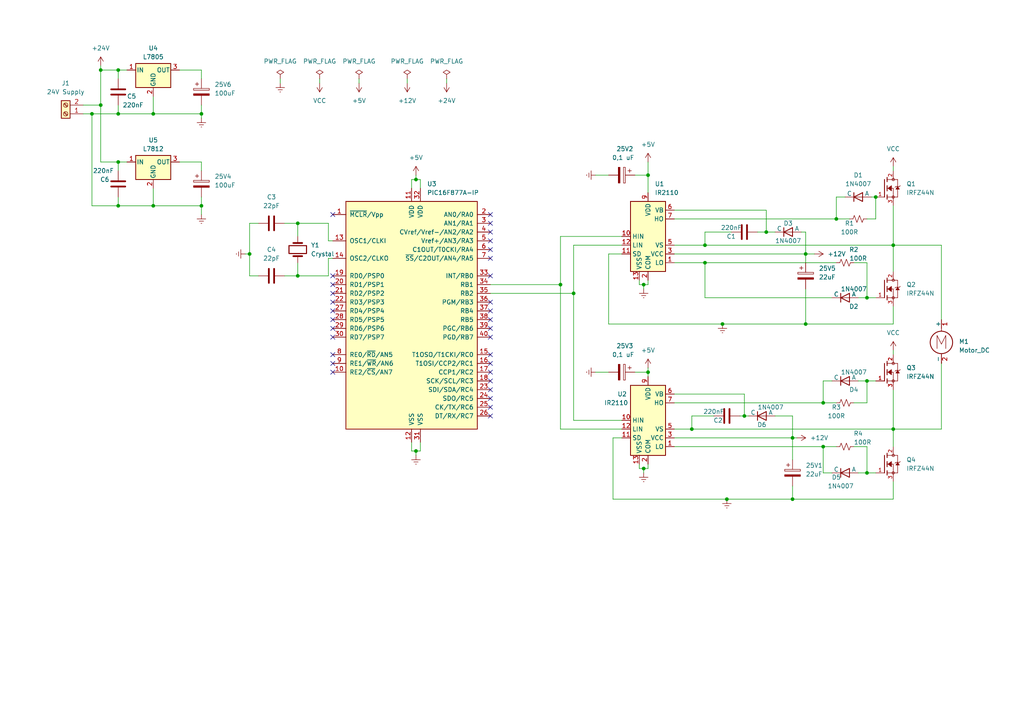
<source format=kicad_sch>
(kicad_sch (version 20230121) (generator eeschema)
  (paper "A4")
  (title_block (title "High Power Motor Control with IR2110") (date "12.04.2024") (rev "1.0") (company "by Mukhtar_Safarov"))
  (lib_symbols
    (symbol "Connector:Screw_Terminal_01x02" (pin_names (offset 1.016) hide)
      (property "Reference" "J" (at 0 2.54 0))
      (property "Value" "Screw_Terminal_01x02" (at 0 -5.08 0))
      (symbol "Screw_Terminal_01x02_1_1"
        (rectangle (start -1.27 1.27) (end 1.27 -3.81) (stroke (width 0.254)) (fill (type background)))
        (circle (center 0 -2.54) (radius 0.635) (stroke (width 0.1524)))
        (polyline (pts (xy -0.5334 -2.2098) (xy 0.3302 -3.048)) (stroke (width 0.1524)))
        (polyline (pts (xy -0.5334 0.3302) (xy 0.3302 -0.508)) (stroke (width 0.1524)))
        (polyline (pts (xy -0.3556 -2.032) (xy 0.508 -2.8702)) (stroke (width 0.1524)))
        (polyline (pts (xy -0.3556 0.508) (xy 0.508 -0.3302)) (stroke (width 0.1524)))
        (circle (center 0 0) (radius 0.635) (stroke (width 0.1524)))
        (pin passive line (at -5.08 0 0) (length 3.81) (name "Pin_1") (number "1"))
        (pin passive line (at -5.08 -2.54 0) (length 3.81) (name "Pin_2") (number "2"))
      )
    )
    (symbol "Device:C" (pin_numbers hide) (pin_names (offset 0.254))
      (property "Reference" "C" (at 0.635 2.54 0))
      (property "Value" "C" (at 0.635 -2.54 0))
      (symbol "C_0_1"
        (polyline (pts (xy -2.032 -0.762) (xy 2.032 -0.762)) (stroke (width 0.508)))
        (polyline (pts (xy -2.032 0.762) (xy 2.032 0.762)) (stroke (width 0.508)))
      )
      (symbol "C_1_1"
        (pin passive line (at 0 3.81 270) (length 2.794) (name "~") (number "1"))
        (pin passive line (at 0 -3.81 90) (length 2.794) (name "~") (number "2"))
      )
    )
    (symbol "Device:C_Polarized" (pin_numbers hide) (pin_names (offset 0.254))
      (property "Reference" "C" (at 0.635 2.54 0))
      (property "Value" "C_Polarized" (at 0.635 -2.54 0))
      (symbol "C_Polarized_0_1"
        (rectangle (start -2.286 0.508) (end 2.286 1.016))
        (polyline (pts (xy -1.778 2.286) (xy -0.762 2.286)))
        (polyline (pts (xy -1.27 2.794) (xy -1.27 1.778)))
        (rectangle (start 2.286 -0.508) (end -2.286 -1.016) (fill (type outline)))
      )
      (symbol "C_Polarized_1_1"
        (pin passive line (at 0 3.81 270) (length 2.794) (name "~") (number "1"))
        (pin passive line (at 0 -3.81 90) (length 2.794) (name "~") (number "2"))
      )
    )
    (symbol "Device:Crystal" (pin_numbers hide) (pin_names (offset 1.016) hide)
      (property "Reference" "Y" (at 0 3.81 0))
      (property "Value" "Crystal" (at 0 -3.81 0))
      (symbol "Crystal_0_1"
        (rectangle (start -1.143 2.54) (end 1.143 -2.54) (stroke (width 0.3048)))
        (polyline (pts (xy -2.54 0) (xy -1.905 0)))
        (polyline (pts (xy -1.905 -1.27) (xy -1.905 1.27)) (stroke (width 0.508)))
        (polyline (pts (xy 1.905 -1.27) (xy 1.905 1.27)) (stroke (width 0.508)))
        (polyline (pts (xy 2.54 0) (xy 1.905 0)))
      )
      (symbol "Crystal_1_1"
        (pin passive line (at -3.81 0 0) (length 1.27) (name "1") (number "1"))
        (pin passive line (at 3.81 0 180) (length 1.27) (name "2") (number "2"))
      )
    )
    (symbol "Device:R_Small_US" (pin_numbers hide) (pin_names (offset 0.254) hide)
      (property "Reference" "R" (at 0.762 0.508 0))
      (property "Value" "R_Small_US" (at 0.762 -1.016 0))
      (symbol "R_Small_US_1_1"
        (polyline (pts (xy 0 0) (xy 1.016 -0.381) (xy 0 -0.762) (xy -1.016 -1.143) (xy 0 -1.524)))
        (polyline (pts (xy 0 1.524) (xy 1.016 1.143) (xy 0 0.762) (xy -1.016 0.381) (xy 0 0)))
        (pin passive line (at 0 2.54 270) (length 1.016) (name "~") (number "1"))
        (pin passive line (at 0 -2.54 90) (length 1.016) (name "~") (number "2"))
      )
    )
    (symbol "Driver_FET:IR2110"
      (property "Reference" "U" (at 1.27 13.335 0))
      (property "Value" "IR2110" (at 1.27 11.43 0))
      (symbol "IR2110_0_1"
        (rectangle (start -5.08 -10.16) (end 5.08 10.16) (stroke (width 0.254)) (fill (type background)))
      )
      (symbol "IR2110_1_1"
        (pin output line (at 7.62 -7.62 180) (length 2.54) (name "LO") (number "1"))
        (pin input line (at -7.62 0 0) (length 2.54) (name "HIN") (number "10"))
        (pin input line (at -7.62 -5.08 0) (length 2.54) (name "SD") (number "11"))
        (pin input line (at -7.62 -2.54 0) (length 2.54) (name "LIN") (number "12"))
        (pin power_in line (at -2.54 -12.7 90) (length 2.54) (name "VSS") (number "13"))
        (pin no_connect line (at -5.08 2.54 0) (length 2.54) hide (name "NC") (number "14"))
        (pin power_in line (at 0 -12.7 90) (length 2.54) (name "COM") (number "2"))
        (pin power_in line (at 7.62 -5.08 180) (length 2.54) (name "VCC") (number "3"))
        (pin no_connect line (at -5.08 7.62 0) (length 2.54) hide (name "NC") (number "4"))
        (pin passive line (at 7.62 -2.54 180) (length 2.54) (name "VS") (number "5"))
        (pin passive line (at 7.62 7.62 180) (length 2.54) (name "VB") (number "6"))
        (pin output line (at 7.62 5.08 180) (length 2.54) (name "HO") (number "7"))
        (pin no_connect line (at -5.08 5.08 0) (length 2.54) hide (name "NC") (number "8"))
        (pin power_in line (at 0 12.7 270) (length 2.54) (name "VDD") (number "9"))
      )
    )
    (symbol "IRFZ44N:IRFZ44N" (pin_names (offset 1.016))
      (property "Reference" "Q" (at -8.89 2.54 0))
      (property "Value" "IRFZ44N" (at -8.89 -7.62 0))
      (symbol "IRFZ44N_0_0"
        (polyline (pts (xy 0 2.54) (xy 0 -2.54)) (stroke (width 0.254)))
        (polyline (pts (xy 0.762 -2.54) (xy 0.762 -3.175)) (stroke (width 0.254)))
        (polyline (pts (xy 0.762 -1.905) (xy 0.762 -2.54)) (stroke (width 0.254)))
        (polyline (pts (xy 0.762 0) (xy 0.762 -0.762)) (stroke (width 0.254)))
        (polyline (pts (xy 0.762 0) (xy 2.54 0)) (stroke (width 0.1524)))
        (polyline (pts (xy 0.762 0.762) (xy 0.762 0)) (stroke (width 0.254)))
        (polyline (pts (xy 0.762 2.54) (xy 0.762 1.905)) (stroke (width 0.254)))
        (polyline (pts (xy 0.762 2.54) (xy 3.81 2.54)) (stroke (width 0.1524)))
        (polyline (pts (xy 0.762 3.175) (xy 0.762 2.54)) (stroke (width 0.254)))
        (polyline (pts (xy 2.54 -2.54) (xy 0.762 -2.54)) (stroke (width 0.1524)))
        (polyline (pts (xy 2.54 -2.54) (xy 3.81 -2.54)) (stroke (width 0.1524)))
        (polyline (pts (xy 2.54 0) (xy 2.54 -2.54)) (stroke (width 0.1524)))
        (polyline (pts (xy 3.302 0.508) (xy 3.048 0.254)) (stroke (width 0.1524)))
        (polyline (pts (xy 3.81 0.508) (xy 3.302 0.508)) (stroke (width 0.1524)))
        (polyline (pts (xy 3.81 0.508) (xy 3.81 -2.54)) (stroke (width 0.1524)))
        (polyline (pts (xy 3.81 2.54) (xy 3.81 0.508)) (stroke (width 0.1524)))
        (polyline (pts (xy 4.318 0.508) (xy 3.81 0.508)) (stroke (width 0.1524)))
        (polyline (pts (xy 4.572 0.762) (xy 4.318 0.508)) (stroke (width 0.1524)))
        (polyline (pts (xy 1.016 0) (xy 2.032 0.762) (xy 2.032 -0.762) (xy 1.016 0)) (stroke (width 0.1524)) (fill (type outline)))
        (polyline (pts (xy 3.81 0.508) (xy 3.302 -0.254) (xy 4.318 -0.254) (xy 3.81 0.508)) (stroke (width 0.1524)) (fill (type outline)))
        (circle (center 2.54 -2.54) (radius 0.3592))
        (circle (center 2.54 2.54) (radius 0.3592))
        (pin passive line (at -2.54 -2.54 0) (length 2.54) (name "~") (number "1"))
        (pin passive line (at 2.54 5.08 270) (length 2.54) (name "~") (number "2"))
        (pin passive line (at 2.54 -5.08 90) (length 2.54) (name "~") (number "3"))
      )
    )
    (symbol "MCU_Microchip_PIC16:PIC16F877A-IP" (pin_names (offset 1.016))
      (property "Reference" "U" (at 5.08 35.56 0))
      (property "Value" "PIC16F877A-IP" (at 5.08 33.02 0))
      (symbol "PIC16F877A-IP_0_1"
        (rectangle (start -19.05 31.75) (end 19.05 -34.29) (stroke (width 0.254)) (fill (type background)))
      )
      (symbol "PIC16F877A-IP_1_1"
        (pin input line (at -22.86 27.94 0) (length 3.81) (name "~{MCLR}/Vpp") (number "1"))
        (pin bidirectional line (at -22.86 -17.78 0) (length 3.81) (name "RE2/~{CS}/AN7") (number "10"))
        (pin power_in line (at 0 35.56 270) (length 3.81) (name "VDD") (number "11"))
        (pin power_in line (at 0 -38.1 90) (length 3.81) (name "VSS") (number "12"))
        (pin input line (at -22.86 20.32 0) (length 3.81) (name "OSC1/CLKI") (number "13"))
        (pin output line (at -22.86 15.24 0) (length 3.81) (name "OSC2/CLKO") (number "14"))
        (pin bidirectional line (at 22.86 -12.7 180) (length 3.81) (name "T1OSO/T1CKI/RC0") (number "15"))
        (pin bidirectional line (at 22.86 -15.24 180) (length 3.81) (name "T1OSI/CCP2/RC1") (number "16"))
        (pin bidirectional line (at 22.86 -17.78 180) (length 3.81) (name "CCP1/RC2") (number "17"))
        (pin bidirectional line (at 22.86 -20.32 180) (length 3.81) (name "SCK/SCL/RC3") (number "18"))
        (pin bidirectional line (at -22.86 10.16 0) (length 3.81) (name "RD0/PSP0") (number "19"))
        (pin bidirectional line (at 22.86 27.94 180) (length 3.81) (name "AN0/RA0") (number "2"))
        (pin bidirectional line (at -22.86 7.62 0) (length 3.81) (name "RD1/PSP1") (number "20"))
        (pin bidirectional line (at -22.86 5.08 0) (length 3.81) (name "RD2/PSP2") (number "21"))
        (pin bidirectional line (at -22.86 2.54 0) (length 3.81) (name "RD3/PSP3") (number "22"))
        (pin bidirectional line (at 22.86 -22.86 180) (length 3.81) (name "SDI/SDA/RC4") (number "23"))
        (pin bidirectional line (at 22.86 -25.4 180) (length 3.81) (name "SDO/RC5") (number "24"))
        (pin bidirectional line (at 22.86 -27.94 180) (length 3.81) (name "CK/TX/RC6") (number "25"))
        (pin bidirectional line (at 22.86 -30.48 180) (length 3.81) (name "DT/RX/RC7") (number "26"))
        (pin bidirectional line (at -22.86 0 0) (length 3.81) (name "RD4/PSP4") (number "27"))
        (pin bidirectional line (at -22.86 -2.54 0) (length 3.81) (name "RD5/PSP5") (number "28"))
        (pin bidirectional line (at -22.86 -5.08 0) (length 3.81) (name "RD6/PSP6") (number "29"))
        (pin bidirectional line (at 22.86 25.4 180) (length 3.81) (name "AN1/RA1") (number "3"))
        (pin bidirectional line (at -22.86 -7.62 0) (length 3.81) (name "RD7/PSP7") (number "30"))
        (pin power_in line (at 2.54 -38.1 90) (length 3.81) (name "VSS") (number "31"))
        (pin power_in line (at 2.54 35.56 270) (length 3.81) (name "VDD") (number "32"))
        (pin bidirectional line (at 22.86 10.16 180) (length 3.81) (name "INT/RB0") (number "33"))
        (pin bidirectional line (at 22.86 7.62 180) (length 3.81) (name "RB1") (number "34"))
        (pin bidirectional line (at 22.86 5.08 180) (length 3.81) (name "RB2") (number "35"))
        (pin bidirectional line (at 22.86 2.54 180) (length 3.81) (name "PGM/RB3") (number "36"))
        (pin bidirectional line (at 22.86 0 180) (length 3.81) (name "RB4") (number "37"))
        (pin bidirectional line (at 22.86 -2.54 180) (length 3.81) (name "RB5") (number "38"))
        (pin bidirectional line (at 22.86 -5.08 180) (length 3.81) (name "PGC/RB6") (number "39"))
        (pin bidirectional line (at 22.86 22.86 180) (length 3.81) (name "CVref/Vref-/AN2/RA2") (number "4"))
        (pin bidirectional line (at 22.86 -7.62 180) (length 3.81) (name "PGD/RB7") (number "40"))
        (pin bidirectional line (at 22.86 20.32 180) (length 3.81) (name "Vref+/AN3/RA3") (number "5"))
        (pin bidirectional line (at 22.86 17.78 180) (length 3.81) (name "C1OUT/T0CKI/RA4") (number "6"))
        (pin bidirectional line (at 22.86 15.24 180) (length 3.81) (name "~{SS}/C2OUT/AN4/RA5") (number "7"))
        (pin bidirectional line (at -22.86 -12.7 0) (length 3.81) (name "RE0/~{RD}/AN5") (number "8"))
        (pin bidirectional line (at -22.86 -15.24 0) (length 3.81) (name "RE1/~{WR}/AN6") (number "9"))
      )
    )
    (symbol "Motor:Motor_DC" (pin_names (offset 0))
      (property "Reference" "M" (at 2.54 2.54 0))
      (property "Value" "Motor_DC" (at 2.54 -5.08 0))
      (symbol "Motor_DC_0_0"
        (polyline (pts (xy -1.27 -3.302) (xy -1.27 0.508) (xy 0 -2.032) (xy 1.27 0.508) (xy 1.27 -3.302)))
      )
      (symbol "Motor_DC_0_1"
        (circle (center 0 -1.524) (radius 3.2512) (stroke (width 0.254)))
        (polyline (pts (xy 0 -7.62) (xy 0 -7.112)))
        (polyline (pts (xy 0 -4.7752) (xy 0 -5.1816)))
        (polyline (pts (xy 0 1.7272) (xy 0 2.0828)))
        (polyline (pts (xy 0 2.032) (xy 0 2.54)))
      )
      (symbol "Motor_DC_1_1"
        (pin passive line (at 0 5.08 270) (length 2.54) (name "+") (number "1"))
        (pin passive line (at 0 -7.62 90) (length 2.54) (name "-") (number "2"))
      )
    )
    (symbol "Regulator_Linear:L7805" (pin_names (offset 0.254))
      (property "Reference" "U" (at -3.81 3.175 0))
      (property "Value" "L7805" (at 0 3.175 0))
      (symbol "L7805_0_1"
        (rectangle (start -5.08 1.905) (end 5.08 -5.08) (stroke (width 0.254)) (fill (type background)))
      )
      (symbol "L7805_1_1"
        (pin power_in line (at -7.62 0 0) (length 2.54) (name "IN") (number "1"))
        (pin power_in line (at 0 -7.62 90) (length 2.54) (name "GND") (number "2"))
        (pin power_out line (at 7.62 0 180) (length 2.54) (name "OUT") (number "3"))
      )
    )
    (symbol "Regulator_Linear:L7812" (pin_names (offset 0.254))
      (property "Reference" "U" (at -3.81 3.175 0))
      (property "Value" "L7812" (at 0 3.175 0))
      (symbol "L7812_0_1"
        (rectangle (start -5.08 1.905) (end 5.08 -5.08) (stroke (width 0.254)) (fill (type background)))
      )
      (symbol "L7812_1_1"
        (pin power_in line (at -7.62 0 0) (length 2.54) (name "IN") (number "1"))
        (pin power_in line (at 0 -7.62 90) (length 2.54) (name "GND") (number "2"))
        (pin power_out line (at 7.62 0 180) (length 2.54) (name "OUT") (number "3"))
      )
    )
    (symbol "diode:Diode" (pin_numbers hide) (pin_names (offset 0))
      (property "Reference" "D" (at 0 5.08 0))
      (property "Value" "Diode" (at 0 3.175 0))
      (symbol "Diode_0_1"
        (polyline (pts (xy -1.27 0) (xy 1.27 0)))
        (polyline (pts (xy 1.27 -1.27) (xy 1.27 1.27)) (stroke (width 0.254)))
        (polyline (pts (xy -1.27 -1.27) (xy -1.27 1.27) (xy 1.27 0) (xy -1.27 -1.27)) (stroke (width 0.254)))
      )
      (symbol "Diode_1_1"
        (pin passive line (at -3.81 0 0) (length 2.54) (name "A") (number "1"))
        (pin passive line (at 3.81 0 180) (length 2.54) (name "C") (number "2"))
      )
    )
    (symbol "power:+12V" (power) (pin_names (offset 0))
      (property "Value" "+12V" (at 0 3.556 0))
      (symbol "+12V_0_1"
        (polyline (pts (xy -0.762 1.27) (xy 0 2.54)))
        (polyline (pts (xy 0 0) (xy 0 2.54)))
        (polyline (pts (xy 0 2.54) (xy 0.762 1.27)))
      )
      (symbol "+12V_1_1"
        (pin power_in line (at 0 0 90) (length 0) hide (name "+12V") (number "1"))
      )
    )
    (symbol "power:+24V" (power) (pin_names (offset 0))
      (property "Value" "+24V" (at 0 3.556 0))
      (symbol "+24V_0_1"
        (polyline (pts (xy -0.762 1.27) (xy 0 2.54)))
        (polyline (pts (xy 0 0) (xy 0 2.54)))
        (polyline (pts (xy 0 2.54) (xy 0.762 1.27)))
      )
      (symbol "+24V_1_1"
        (pin power_in line (at 0 0 90) (length 0) hide (name "+24V") (number "1"))
      )
    )
    (symbol "power:+5V" (power) (pin_names (offset 0))
      (property "Value" "+5V" (at 0 3.556 0))
      (symbol "+5V_0_1"
        (polyline (pts (xy -0.762 1.27) (xy 0 2.54)))
        (polyline (pts (xy 0 0) (xy 0 2.54)))
        (polyline (pts (xy 0 2.54) (xy 0.762 1.27)))
      )
      (symbol "+5V_1_1"
        (pin power_in line (at 0 0 90) (length 0) hide (name "+5V") (number "1"))
      )
    )
    (symbol "power:Earth" (power) (pin_names (offset 0))
      (symbol "Earth_0_1"
        (polyline (pts (xy -0.635 -1.905) (xy 0.635 -1.905)))
        (polyline (pts (xy -0.127 -2.54) (xy 0.127 -2.54)))
        (polyline (pts (xy 0 -1.27) (xy 0 0)))
        (polyline (pts (xy 1.27 -1.27) (xy -1.27 -1.27)))
      )
      (symbol "Earth_1_1"
        (pin power_in line (at 0 0 270) (length 0) hide (name "Earth") (number "1"))
      )
    )
    (symbol "power:PWR_FLAG" (power) (pin_numbers hide) (pin_names (offset 0) hide)
      (property "Value" "PWR_FLAG" (at 0 3.81 0))
      (symbol "PWR_FLAG_0_0"
        (pin power_out line (at 0 0 90) (length 0) (name "pwr") (number "1"))
      )
      (symbol "PWR_FLAG_0_1"
        (polyline (pts (xy 0 0) (xy 0 1.27) (xy -1.016 1.905) (xy 0 2.54) (xy 1.016 1.905) (xy 0 1.27)))
      )
    )
    (symbol "power:VCC" (power) (pin_names (offset 0))
      (property "Value" "VCC" (at 0 3.81 0))
      (symbol "VCC_0_1"
        (polyline (pts (xy -0.762 1.27) (xy 0 2.54)))
        (polyline (pts (xy 0 0) (xy 0 2.54)))
        (polyline (pts (xy 0 2.54) (xy 0.762 1.27)))
      )
      (symbol "VCC_1_1"
        (pin power_in line (at 0 0 90) (length 0) hide (name "VCC") (number "1"))
      )
    )
  )
  (junction (at 29.21 20.32))
  (junction (at 233.68 73.66))
  (junction (at 186.69 82.55))
  (junction (at 44.45 59.69))
  (junction (at 187.96 107.95))
  (junction (at 238.76 129.54))
  (junction (at 58.42 33.02))
  (junction (at 200.66 124.46))
  (junction (at 210.82 144.78))
  (junction (at 251.46 110.49))
  (junction (at 204.47 71.12))
  (junction (at 58.42 59.69))
  (junction (at 229.87 127))
  (junction (at 44.45 33.02))
  (junction (at 166.37 85.09))
  (junction (at 72.39 73.66))
  (junction (at 34.29 33.02))
  (junction (at 29.21 30.48))
  (junction (at 238.76 116.84))
  (junction (at 229.87 144.78))
  (junction (at 259.08 124.46))
  (junction (at 251.46 86.36))
  (junction (at 233.68 93.98))
  (junction (at 222.25 67.31))
  (junction (at 204.47 76.2))
  (junction (at 242.57 63.5))
  (junction (at 186.69 135.89))
  (junction (at 162.56 82.55))
  (junction (at 259.08 71.12))
  (junction (at 215.9 120.65))
  (junction (at 120.65 130.81))
  (junction (at 187.96 50.8))
  (junction (at 34.29 46.99))
  (junction (at 254 57.15))
  (junction (at 34.29 59.69))
  (junction (at 209.55 93.98))
  (junction (at 86.36 80.01))
  (junction (at 86.36 64.77))
  (junction (at 34.29 20.32))
  (junction (at 120.65 52.07))
  (junction (at 251.46 137.16))
  (junction (at 26.67 33.02))
  (no_connect (at 96.52 105.41))
  (no_connect (at 96.52 80.01))
  (no_connect (at 96.52 107.95))
  (no_connect (at 142.24 110.49))
  (no_connect (at 96.52 97.79))
  (no_connect (at 142.24 72.39))
  (no_connect (at 142.24 118.11))
  (no_connect (at 142.24 120.65))
  (no_connect (at 142.24 92.71))
  (no_connect (at 142.24 107.95))
  (no_connect (at 96.52 92.71))
  (no_connect (at 142.24 113.03))
  (no_connect (at 96.52 102.87))
  (no_connect (at 142.24 90.17))
  (no_connect (at 96.52 95.25))
  (no_connect (at 96.52 87.63))
  (no_connect (at 142.24 95.25))
  (no_connect (at 142.24 62.23))
  (no_connect (at 142.24 115.57))
  (no_connect (at 142.24 80.01))
  (no_connect (at 96.52 85.09))
  (no_connect (at 142.24 69.85))
  (no_connect (at 142.24 105.41))
  (no_connect (at 142.24 64.77))
  (no_connect (at 96.52 82.55))
  (no_connect (at 96.52 90.17))
  (no_connect (at 96.52 62.23))
  (no_connect (at 142.24 97.79))
  (no_connect (at 142.24 67.31))
  (no_connect (at 142.24 87.63))
  (no_connect (at 142.24 102.87))
  (no_connect (at 142.24 74.93))
  (wire (pts (xy 166.37 71.12) (xy 166.37 85.09)))
  (wire (pts (xy 273.05 92.71) (xy 273.05 71.12)))
  (wire (pts (xy 34.29 33.02) (xy 44.45 33.02)))
  (wire (pts (xy 251.46 137.16) (xy 251.46 129.54)))
  (wire (pts (xy 238.76 110.49) (xy 238.76 116.84)))
  (wire (pts (xy 204.47 67.31) (xy 204.47 71.12)))
  (wire (pts (xy 162.56 124.46) (xy 162.56 82.55)))
  (wire (pts (xy 195.58 114.3) (xy 215.9 114.3)))
  (wire (pts (xy 184.15 107.95) (xy 187.96 107.95)))
  (wire (pts (xy 58.42 49.53) (xy 58.42 46.99)))
  (wire (pts (xy 233.68 73.66) (xy 233.68 76.2)))
  (wire (pts (xy 86.36 80.01) (xy 86.36 76.2)))
  (wire (pts (xy 186.69 135.89) (xy 187.96 135.89)))
  (wire (pts (xy 195.58 129.54) (xy 238.76 129.54)))
  (wire (pts (xy 82.55 80.01) (xy 86.36 80.01)))
  (wire (pts (xy 187.96 81.28) (xy 187.96 82.55)))
  (wire (pts (xy 119.38 54.61) (xy 119.38 52.07)))
  (wire (pts (xy 176.53 73.66) (xy 176.53 93.98)))
  (wire (pts (xy 233.68 67.31) (xy 233.68 73.66)))
  (wire (pts (xy 254 63.5) (xy 251.46 63.5)))
  (wire (pts (xy 34.29 46.99) (xy 36.83 46.99)))
  (wire (pts (xy 273.05 71.12) (xy 259.08 71.12)))
  (wire (pts (xy 177.8 127) (xy 177.8 144.78)))
  (wire (pts (xy 204.47 71.12) (xy 259.08 71.12)))
  (wire (pts (xy 58.42 30.48) (xy 58.42 33.02)))
  (wire (pts (xy 34.29 20.32) (xy 36.83 20.32)))
  (wire (pts (xy 185.42 81.28) (xy 185.42 82.55)))
  (wire (pts (xy 259.08 88.9) (xy 259.08 93.98)))
  (wire (pts (xy 34.29 30.48) (xy 34.29 33.02)))
  (wire (pts (xy 186.69 82.55) (xy 186.69 83.82)))
  (wire (pts (xy 58.42 46.99) (xy 52.07 46.99)))
  (wire (pts (xy 176.53 93.98) (xy 209.55 93.98)))
  (wire (pts (xy 252.73 57.15) (xy 254 57.15)))
  (wire (pts (xy 195.58 76.2) (xy 204.47 76.2)))
  (wire (pts (xy 186.69 137.16) (xy 186.69 135.89)))
  (wire (pts (xy 241.3 110.49) (xy 238.76 110.49)))
  (wire (pts (xy 222.25 67.31) (xy 224.79 67.31)))
  (wire (pts (xy 238.76 116.84) (xy 242.57 116.84)))
  (wire (pts (xy 185.42 135.89) (xy 185.42 134.62)))
  (wire (pts (xy 215.9 114.3) (xy 215.9 120.65)))
  (wire (pts (xy 195.58 124.46) (xy 200.66 124.46)))
  (wire (pts (xy 195.58 127) (xy 229.87 127)))
  (wire (pts (xy 86.36 64.77) (xy 95.25 64.77)))
  (wire (pts (xy 242.57 129.54) (xy 238.76 129.54)))
  (wire (pts (xy 120.65 130.81) (xy 120.65 132.08)))
  (wire (pts (xy 81.28 22.86) (xy 81.28 24.13)))
  (wire (pts (xy 86.36 80.01) (xy 95.25 80.01)))
  (wire (pts (xy 58.42 57.15) (xy 58.42 59.69)))
  (wire (pts (xy 142.24 85.09) (xy 166.37 85.09)))
  (wire (pts (xy 245.11 57.15) (xy 242.57 57.15)))
  (wire (pts (xy 119.38 52.07) (xy 120.65 52.07)))
  (wire (pts (xy 119.38 128.27) (xy 119.38 130.81)))
  (wire (pts (xy 121.92 54.61) (xy 121.92 52.07)))
  (wire (pts (xy 247.65 116.84) (xy 251.46 116.84)))
  (wire (pts (xy 104.14 22.86) (xy 104.14 24.13)))
  (wire (pts (xy 195.58 116.84) (xy 238.76 116.84)))
  (wire (pts (xy 204.47 86.36) (xy 204.47 76.2)))
  (wire (pts (xy 72.39 80.01) (xy 74.93 80.01)))
  (wire (pts (xy 120.65 52.07) (xy 120.65 50.8)))
  (wire (pts (xy 58.42 22.86) (xy 58.42 20.32)))
  (wire (pts (xy 166.37 71.12) (xy 180.34 71.12)))
  (wire (pts (xy 180.34 124.46) (xy 162.56 124.46)))
  (wire (pts (xy 58.42 33.02) (xy 44.45 33.02)))
  (wire (pts (xy 86.36 68.58) (xy 86.36 64.77)))
  (wire (pts (xy 259.08 101.6) (xy 259.08 102.87)))
  (wire (pts (xy 72.39 73.66) (xy 72.39 80.01)))
  (wire (pts (xy 259.08 124.46) (xy 259.08 113.03)))
  (wire (pts (xy 177.8 144.78) (xy 210.82 144.78)))
  (wire (pts (xy 29.21 20.32) (xy 34.29 20.32)))
  (wire (pts (xy 200.66 124.46) (xy 259.08 124.46)))
  (wire (pts (xy 187.96 106.68) (xy 187.96 107.95)))
  (wire (pts (xy 82.55 64.77) (xy 86.36 64.77)))
  (wire (pts (xy 72.39 64.77) (xy 72.39 73.66)))
  (wire (pts (xy 92.71 22.86) (xy 92.71 24.13)))
  (wire (pts (xy 34.29 59.69) (xy 26.67 59.69)))
  (wire (pts (xy 229.87 127) (xy 231.14 127)))
  (wire (pts (xy 259.08 78.74) (xy 259.08 71.12)))
  (wire (pts (xy 273.05 105.41) (xy 273.05 124.46)))
  (wire (pts (xy 71.12 73.66) (xy 72.39 73.66)))
  (wire (pts (xy 222.25 60.96) (xy 222.25 67.31)))
  (wire (pts (xy 259.08 124.46) (xy 259.08 129.54)))
  (wire (pts (xy 95.25 74.93) (xy 95.25 80.01)))
  (wire (pts (xy 95.25 64.77) (xy 95.25 69.85)))
  (wire (pts (xy 121.92 128.27) (xy 121.92 130.81)))
  (wire (pts (xy 187.96 50.8) (xy 187.96 55.88)))
  (wire (pts (xy 195.58 71.12) (xy 204.47 71.12)))
  (wire (pts (xy 210.82 144.78) (xy 229.87 144.78)))
  (wire (pts (xy 96.52 74.93) (xy 95.25 74.93)))
  (wire (pts (xy 58.42 20.32) (xy 52.07 20.32)))
  (wire (pts (xy 195.58 60.96) (xy 222.25 60.96)))
  (wire (pts (xy 229.87 140.97) (xy 229.87 144.78)))
  (wire (pts (xy 233.68 73.66) (xy 236.22 73.66)))
  (wire (pts (xy 186.69 135.89) (xy 185.42 135.89)))
  (wire (pts (xy 259.08 139.7) (xy 259.08 144.78)))
  (wire (pts (xy 26.67 59.69) (xy 26.67 33.02)))
  (wire (pts (xy 29.21 30.48) (xy 29.21 20.32)))
  (wire (pts (xy 29.21 19.05) (xy 29.21 20.32)))
  (wire (pts (xy 184.15 50.8) (xy 187.96 50.8)))
  (wire (pts (xy 187.96 82.55) (xy 186.69 82.55)))
  (wire (pts (xy 247.65 76.2) (xy 251.46 76.2)))
  (wire (pts (xy 232.41 67.31) (xy 233.68 67.31)))
  (wire (pts (xy 187.96 135.89) (xy 187.96 134.62)))
  (wire (pts (xy 259.08 48.26) (xy 259.08 49.53)))
  (wire (pts (xy 166.37 121.92) (xy 166.37 85.09)))
  (wire (pts (xy 241.3 137.16) (xy 238.76 137.16)))
  (wire (pts (xy 214.63 120.65) (xy 215.9 120.65)))
  (wire (pts (xy 44.45 59.69) (xy 58.42 59.69)))
  (wire (pts (xy 212.09 67.31) (xy 204.47 67.31)))
  (wire (pts (xy 162.56 68.58) (xy 180.34 68.58)))
  (wire (pts (xy 224.79 120.65) (xy 229.87 120.65)))
  (wire (pts (xy 44.45 54.61) (xy 44.45 59.69)))
  (wire (pts (xy 254 86.36) (xy 251.46 86.36)))
  (wire (pts (xy 187.96 107.95) (xy 187.96 109.22)))
  (wire (pts (xy 254 57.15) (xy 254 63.5)))
  (wire (pts (xy 162.56 82.55) (xy 162.56 68.58)))
  (wire (pts (xy 34.29 46.99) (xy 34.29 49.53)))
  (wire (pts (xy 24.13 33.02) (xy 26.67 33.02)))
  (wire (pts (xy 241.3 86.36) (xy 204.47 86.36)))
  (wire (pts (xy 219.71 67.31) (xy 222.25 67.31)))
  (wire (pts (xy 209.55 93.98) (xy 233.68 93.98)))
  (wire (pts (xy 118.11 22.86) (xy 118.11 24.13)))
  (wire (pts (xy 233.68 83.82) (xy 233.68 93.98)))
  (wire (pts (xy 58.42 33.02) (xy 58.42 34.29)))
  (wire (pts (xy 24.13 30.48) (xy 29.21 30.48)))
  (wire (pts (xy 229.87 120.65) (xy 229.87 127)))
  (wire (pts (xy 195.58 73.66) (xy 233.68 73.66)))
  (wire (pts (xy 26.67 33.02) (xy 34.29 33.02)))
  (wire (pts (xy 229.87 144.78) (xy 259.08 144.78)))
  (wire (pts (xy 248.92 110.49) (xy 251.46 110.49)))
  (wire (pts (xy 186.69 82.55) (xy 185.42 82.55)))
  (wire (pts (xy 215.9 120.65) (xy 217.17 120.65)))
  (wire (pts (xy 251.46 76.2) (xy 251.46 86.36)))
  (wire (pts (xy 248.92 86.36) (xy 251.46 86.36)))
  (wire (pts (xy 259.08 59.69) (xy 259.08 71.12)))
  (wire (pts (xy 251.46 116.84) (xy 251.46 110.49)))
  (wire (pts (xy 29.21 46.99) (xy 29.21 30.48)))
  (wire (pts (xy 74.93 64.77) (xy 72.39 64.77)))
  (wire (pts (xy 119.38 130.81) (xy 120.65 130.81)))
  (wire (pts (xy 248.92 137.16) (xy 251.46 137.16)))
  (wire (pts (xy 180.34 121.92) (xy 166.37 121.92)))
  (wire (pts (xy 204.47 76.2) (xy 242.57 76.2)))
  (wire (pts (xy 229.87 127) (xy 229.87 133.35)))
  (wire (pts (xy 172.72 107.95) (xy 176.53 107.95)))
  (wire (pts (xy 195.58 63.5) (xy 242.57 63.5)))
  (wire (pts (xy 95.25 69.85) (xy 96.52 69.85)))
  (wire (pts (xy 246.38 63.5) (xy 242.57 63.5)))
  (wire (pts (xy 207.01 120.65) (xy 200.66 120.65)))
  (wire (pts (xy 238.76 137.16) (xy 238.76 129.54)))
  (wire (pts (xy 129.54 22.86) (xy 129.54 24.13)))
  (wire (pts (xy 233.68 93.98) (xy 259.08 93.98)))
  (wire (pts (xy 180.34 73.66) (xy 176.53 73.66)))
  (wire (pts (xy 44.45 33.02) (xy 44.45 27.94)))
  (wire (pts (xy 34.29 57.15) (xy 34.29 59.69)))
  (wire (pts (xy 180.34 127) (xy 177.8 127)))
  (wire (pts (xy 200.66 120.65) (xy 200.66 124.46)))
  (wire (pts (xy 251.46 129.54) (xy 247.65 129.54)))
  (wire (pts (xy 58.42 62.23) (xy 58.42 59.69)))
  (wire (pts (xy 273.05 124.46) (xy 259.08 124.46)))
  (wire (pts (xy 142.24 82.55) (xy 162.56 82.55)))
  (wire (pts (xy 187.96 46.99) (xy 187.96 50.8)))
  (wire (pts (xy 251.46 137.16) (xy 254 137.16)))
  (wire (pts (xy 121.92 52.07) (xy 120.65 52.07)))
  (wire (pts (xy 44.45 59.69) (xy 34.29 59.69)))
  (wire (pts (xy 34.29 46.99) (xy 29.21 46.99)))
  (wire (pts (xy 251.46 110.49) (xy 254 110.49)))
  (wire (pts (xy 34.29 20.32) (xy 34.29 22.86)))
  (wire (pts (xy 121.92 130.81) (xy 120.65 130.81)))
  (wire (pts (xy 242.57 57.15) (xy 242.57 63.5)))
  (wire (pts (xy 172.72 50.8) (xy 176.53 50.8)))
  (symbol (lib_id "diode:Diode") (at 245.11 137.16 180) (unit 1)
    (property "Reference" "D5" (at 242.57 138.43 0))
    (property "Value" "1N4007" (at 243.84 140.97 0))
    (property "Footprint" "Diode_THT:D_5W_P12.70mm_Horizontal" (effects hide))
    (property "Datasheet" "https://diotec.com/de/produktliste/D.html" (effects hide))
  )
  (symbol (lib_id "power:VCC") (at 259.08 101.6 0) (unit 1)
    (property "Reference" "#PWR011" (effects hide))
    (property "Value" "VCC" (at 259.08 96.52 0))
  )
  (symbol (lib_id "Device:C_Polarized") (at 58.42 53.34 0) (unit 1)
    (property "Reference" "25V4" (at 62.23 51.181 0) (effects (justify left)))
    (property "Value" "100uF" (at 62.23 53.721 0) (effects (justify left)))
    (property "Footprint" "Capacitor_THT:CP_Radial_D18.0mm_P7.50mm" (effects hide))
  )
  (symbol (lib_id "Device:C") (at 34.29 53.34 180) (unit 1)
    (property "Reference" "C6" (at 31.75 52.07 0) (effects (justify left)))
    (property "Value" "220nF" (at 33.02 49.53 0) (effects (justify left)))
    (property "Footprint" "Capacitor_THT:C_Disc_D12.5mm_W5.0mm_P7.50mm" (effects hide))
  )
  (symbol (lib_id "power:PWR_FLAG") (at 81.28 22.86 0) (unit 1)
    (property "Reference" "#FLG01" (effects hide))
    (property "Value" "PWR_FLAG" (at 81.28 17.78 0))
  )
  (symbol (lib_id "power:+12V") (at 236.22 73.66 270) (unit 1)
    (property "Reference" "#PWR012" (effects hide))
    (property "Value" "+12V" (at 240.03 73.66 90) (effects (justify left)))
  )
  (symbol (lib_id "Device:R_Small_US") (at 245.11 116.84 270) (unit 1)
    (property "Reference" "R3" (at 242.57 118.11 90))
    (property "Value" "100R" (at 242.57 120.65 90))
    (property "Footprint" "Resistor_THT:R_Axial_DIN0614_L14.3mm_D5.7mm_P15.24mm_Horizontal" (effects hide))
  )
  (symbol (lib_id "power:Earth") (at 81.28 24.13 0) (unit 1)
    (property "Reference" "#PWR016" (effects hide))
    (property "Value" "Earth" (effects hide))
  )
  (symbol (lib_id "diode:Diode") (at 220.98 120.65 180) (unit 1)
    (property "Reference" "D6" (at 220.98 123.19 0))
    (property "Value" "1N4007" (at 223.52 118.11 0))
    (property "Footprint" "Diode_THT:D_5W_P12.70mm_Horizontal" (effects hide))
    (property "Datasheet" "https://diotec.com/de/produktliste/D.html" (effects hide))
  )
  (symbol (lib_id "power:VCC") (at 259.08 48.26 0) (unit 1)
    (property "Reference" "#PWR05" (effects hide))
    (property "Value" "VCC" (at 259.08 43.18 0))
  )
  (symbol (lib_id "Device:C_Polarized") (at 180.34 50.8 270) (unit 1)
    (property "Reference" "25V2" (at 181.229 43.18 90))
    (property "Value" "0,1 uF " (at 181.229 45.72 90))
    (property "Footprint" "Capacitor_THT:CP_Radial_D10.0mm_P7.50mm" (effects hide))
  )
  (symbol (lib_id "Device:C_Polarized") (at 229.87 137.16 0) (unit 1)
    (property "Reference" "25V1" (at 233.68 135.001 0) (effects (justify left)))
    (property "Value" "22uF" (at 233.68 137.541 0) (effects (justify left)))
    (property "Footprint" "Capacitor_THT:CP_Radial_D16.0mm_P7.50mm" (effects hide))
  )
  (symbol (lib_id "power:Earth") (at 186.69 83.82 0) (unit 1)
    (property "Reference" "#PWR014" (effects hide))
    (property "Value" "Earth" (effects hide))
  )
  (symbol (lib_id "Device:R_Small_US") (at 245.11 129.54 270) (unit 1)
    (property "Reference" "R4" (at 248.92 125.73 90))
    (property "Value" "100R" (at 250.19 128.27 90))
    (property "Footprint" "Resistor_THT:R_Axial_DIN0614_L14.3mm_D5.7mm_P15.24mm_Horizontal" (effects hide))
  )
  (symbol (lib_id "power:+12V") (at 231.14 127 270) (unit 1)
    (property "Reference" "#PWR03" (effects hide))
    (property "Value" "+12V" (at 234.95 127 90) (effects (justify left)))
  )
  (symbol (lib_id "diode:Diode") (at 245.11 86.36 180) (unit 1)
    (property "Reference" "D2" (at 247.65 88.9 0))
    (property "Value" "1N4007" (at 247.65 83.82 0))
    (property "Footprint" "Diode_THT:D_5W_P12.70mm_Horizontal" (effects hide))
    (property "Datasheet" "https://diotec.com/de/produktliste/D.html" (effects hide))
  )
  (symbol (lib_id "Driver_FET:IR2110") (at 187.96 68.58 0) (unit 1)
    (property "Reference" "U1" (at 189.9159 53.34 0) (effects (justify left)))
    (property "Value" "IR2110" (at 189.9159 55.88 0) (effects (justify left)))
    (property "Footprint" "Package_DIP:DIP-14_W7.62mm" (effects hide))
    (property "Datasheet" "https://www.infineon.com/dgdl/ir2110.pdf?fileId=5546d462533600a4015355c80333167e" (effects hide))
  )
  (symbol (lib_id "power:Earth") (at 120.65 132.08 0) (unit 1)
    (property "Reference" "#PWR010" (effects hide))
    (property "Value" "Earth" (effects hide))
  )
  (symbol (lib_id "power:Earth") (at 172.72 107.95 270) (unit 1)
    (property "Reference" "#PWR04" (effects hide))
    (property "Value" "Earth" (effects hide))
  )
  (symbol (lib_id "Device:C") (at 78.74 80.01 90) (unit 1)
    (property "Reference" "C4" (at 78.74 72.39 90))
    (property "Value" "22pF" (at 78.74 74.93 90))
    (property "Footprint" "Capacitor_THT:C_Disc_D12.5mm_W5.0mm_P7.50mm" (effects hide))
  )
  (symbol (lib_id "Device:C") (at 78.74 64.77 90) (unit 1)
    (property "Reference" "C3" (at 78.74 57.15 90))
    (property "Value" "22pF" (at 78.74 59.69 90))
    (property "Footprint" "Capacitor_THT:C_Disc_D12.5mm_W5.0mm_P7.50mm" (effects hide))
  )
  (symbol (lib_id "power:PWR_FLAG") (at 104.14 22.86 0) (unit 1)
    (property "Reference" "#FLG03" (effects hide))
    (property "Value" "PWR_FLAG" (at 104.14 17.78 0))
  )
  (symbol (lib_id "power:PWR_FLAG") (at 129.54 22.86 0) (unit 1)
    (property "Reference" "#FLG05" (effects hide))
    (property "Value" "PWR_FLAG" (at 129.54 17.78 0))
  )
  (symbol (lib_id "power:+5V") (at 104.14 24.13 180) (unit 1)
    (property "Reference" "#PWR018" (effects hide))
    (property "Value" "+5V" (at 104.14 29.21 0))
  )
  (symbol (lib_id "power:+12V") (at 118.11 24.13 180) (unit 1)
    (property "Reference" "#PWR019" (effects hide))
    (property "Value" "+12V" (at 118.11 29.21 0))
  )
  (symbol (lib_id "Device:C") (at 210.82 120.65 90) (unit 1)
    (property "Reference" "C2" (at 208.28 121.92 90))
    (property "Value" "220nF" (at 207.01 119.38 90))
    (property "Footprint" "Capacitor_THT:C_Disc_D12.5mm_W5.0mm_P7.50mm" (effects hide))
  )
  (symbol (lib_id "IRFZ44N:IRFZ44N") (at 256.54 83.82 0) (unit 1)
    (property "Reference" "Q2" (at 262.89 82.55 0) (effects (justify left)))
    (property "Value" "IRFZ44N" (at 262.89 85.09 0) (effects (justify left)))
    (property "Footprint" "IRFZ44N:TO254P1016X419X2286-3" (effects hide))
    (property "MF" "Infineon Technologies" (effects hide))
    (property "MAXIMUM_PACKAGE_HEIGHT" "22.86 mm" (effects hide))
    (property "Package" "TO-220-3 Infineon" (effects hide))
    (property "Price" "None" (effects hide))
    (property "Check_prices" "https://www.snapeda.com/parts/IRFZ44N/Infineon+Technologies/view-part/?ref=eda" (effects hide))
    (property "STANDARD" "IPC 7351B" (effects hide))
    (property "PARTREV" "09/21/10" (effects hide))
    (property "SnapEDA_Link" "https://www.snapeda.com/parts/IRFZ44N/Infineon+Technologies/view-part/?ref=snap" (effects hide))
    (property "MP" "IRFZ44N" (effects hide))
    (property "Description" "\nN-Channel 55 V 49A (Tc) 94W (Tc) Through Hole TO-220AB\n" (effects hide))
    (property "SNAPEDA_PN" "IRFZ44N" (effects hide))
    (property "Availability" "In Stock" (effects hide))
    (property "MANUFACTURER" "Infineon" (effects hide))
  )
  (symbol (lib_id "power:+5V") (at 120.65 50.8 0) (unit 1)
    (property "Reference" "#PWR09" (effects hide))
    (property "Value" "+5V" (at 120.65 45.72 0))
  )
  (symbol (lib_id "power:Earth") (at 172.72 50.8 270) (unit 1)
    (property "Reference" "#PWR08" (effects hide))
    (property "Value" "Earth" (effects hide))
  )
  (symbol (lib_id "IRFZ44N:IRFZ44N") (at 256.54 54.61 0) (unit 1)
    (property "Reference" "Q1" (at 262.89 53.34 0) (effects (justify left)))
    (property "Value" "IRFZ44N" (at 262.89 55.88 0) (effects (justify left)))
    (property "Footprint" "IRFZ44N:TO254P1016X419X2286-3" (effects hide))
    (property "MF" "Infineon Technologies" (effects hide))
    (property "MAXIMUM_PACKAGE_HEIGHT" "22.86 mm" (effects hide))
    (property "Package" "TO-220-3 Infineon" (effects hide))
    (property "Price" "None" (effects hide))
    (property "Check_prices" "https://www.snapeda.com/parts/IRFZ44N/Infineon+Technologies/view-part/?ref=eda" (effects hide))
    (property "STANDARD" "IPC 7351B" (effects hide))
    (property "PARTREV" "09/21/10" (effects hide))
    (property "SnapEDA_Link" "https://www.snapeda.com/parts/IRFZ44N/Infineon+Technologies/view-part/?ref=snap" (effects hide))
    (property "MP" "IRFZ44N" (effects hide))
    (property "Description" "\nN-Channel 55 V 49A (Tc) 94W (Tc) Through Hole TO-220AB\n" (effects hide))
    (property "SNAPEDA_PN" "IRFZ44N" (effects hide))
    (property "Availability" "In Stock" (effects hide))
    (property "MANUFACTURER" "Infineon" (effects hide))
  )
  (symbol (lib_id "MCU_Microchip_PIC16:PIC16F877A-IP") (at 119.38 90.17 0) (unit 1)
    (property "Reference" "U3" (at 123.8759 53.34 0) (effects (justify left)))
    (property "Value" "PIC16F877A-IP" (at 123.8759 55.88 0) (effects (justify left)))
    (property "Footprint" "Package_DIP:DIP-40_W15.24mm" (effects hide))
    (property "Datasheet" "http://ww1.microchip.com/downloads/en/DeviceDoc/39582b.pdf" (effects hide))
  )
  (symbol (lib_id "Motor:Motor_DC") (at 273.05 97.79 0) (unit 1)
    (property "Reference" "M1" (at 278.13 99.06 0) (effects (justify left)))
    (property "Value" "Motor_DC" (at 278.13 101.6 0) (effects (justify left)))
    (property "Footprint" "TerminalBlock_Phoenix:TerminalBlock_Phoenix_MKDS-1,5-2-5.08_1x02_P5.08mm_Horizontal" (effects hide))
  )
  (symbol (lib_id "power:PWR_FLAG") (at 92.71 22.86 0) (unit 1)
    (property "Reference" "#FLG02" (effects hide))
    (property "Value" "PWR_FLAG" (at 92.71 17.78 0))
  )
  (symbol (lib_id "Connector:Screw_Terminal_01x02") (at 19.05 33.02 180) (unit 1)
    (property "Reference" "J1" (at 19.05 24.13 0))
    (property "Value" "24V Supply" (at 19.05 26.67 0))
    (property "Footprint" "TerminalBlock_Phoenix:TerminalBlock_Phoenix_MKDS-1,5-2-5.08_1x02_P5.08mm_Horizontal" (effects hide))
  )
  (symbol (lib_id "power:Earth") (at 58.42 62.23 0) (unit 1)
    (property "Reference" "#PWR022" (effects hide))
    (property "Value" "Earth" (effects hide))
  )
  (symbol (lib_id "power:Earth") (at 209.55 93.98 0) (unit 1)
    (property "Reference" "#PWR06" (effects hide))
    (property "Value" "Earth" (effects hide))
  )
  (symbol (lib_id "Device:C_Polarized") (at 180.34 107.95 270) (unit 1)
    (property "Reference" "25V3" (at 181.229 100.33 90))
    (property "Value" "0,1 uF " (at 181.229 102.87 90))
    (property "Footprint" "Capacitor_THT:CP_Radial_D10.0mm_P7.50mm" (effects hide))
  )
  (symbol (lib_id "power:+5V") (at 187.96 46.99 0) (unit 1)
    (property "Reference" "#PWR07" (effects hide))
    (property "Value" "+5V" (at 187.96 41.91 0))
  )
  (symbol (lib_id "diode:Diode") (at 245.11 110.49 180) (unit 1)
    (property "Reference" "D4" (at 247.65 113.03 0))
    (property "Value" "1N4007" (at 247.65 107.95 0))
    (property "Footprint" "Diode_THT:D_5W_P12.70mm_Horizontal" (effects hide))
    (property "Datasheet" "https://diotec.com/de/produktliste/D.html" (effects hide))
  )
  (symbol (lib_id "Device:C") (at 215.9 67.31 90) (unit 1)
    (property "Reference" "C1" (at 212.09 68.58 90))
    (property "Value" "220nF" (at 212.09 66.04 90))
    (property "Footprint" "Capacitor_THT:C_Disc_D12.5mm_W5.0mm_P7.50mm" (effects hide))
  )
  (symbol (lib_id "IRFZ44N:IRFZ44N") (at 256.54 107.95 0) (unit 1)
    (property "Reference" "Q3" (at 262.89 106.68 0) (effects (justify left)))
    (property "Value" "IRFZ44N" (at 262.89 109.22 0) (effects (justify left)))
    (property "Footprint" "IRFZ44N:TO254P1016X419X2286-3" (effects hide))
    (property "MF" "Infineon Technologies" (effects hide))
    (property "MAXIMUM_PACKAGE_HEIGHT" "22.86 mm" (effects hide))
    (property "Package" "TO-220-3 Infineon" (effects hide))
    (property "Price" "None" (effects hide))
    (property "Check_prices" "https://www.snapeda.com/parts/IRFZ44N/Infineon+Technologies/view-part/?ref=eda" (effects hide))
    (property "STANDARD" "IPC 7351B" (effects hide))
    (property "PARTREV" "09/21/10" (effects hide))
    (property "SnapEDA_Link" "https://www.snapeda.com/parts/IRFZ44N/Infineon+Technologies/view-part/?ref=snap" (effects hide))
    (property "MP" "IRFZ44N" (effects hide))
    (property "Description" "\nN-Channel 55 V 49A (Tc) 94W (Tc) Through Hole TO-220AB\n" (effects hide))
    (property "SNAPEDA_PN" "IRFZ44N" (effects hide))
    (property "Availability" "In Stock" (effects hide))
    (property "MANUFACTURER" "Infineon" (effects hide))
  )
  (symbol (lib_id "power:PWR_FLAG") (at 118.11 22.86 0) (unit 1)
    (property "Reference" "#FLG04" (effects hide))
    (property "Value" "PWR_FLAG" (at 118.11 17.78 0))
  )
  (symbol (lib_id "IRFZ44N:IRFZ44N") (at 256.54 134.62 0) (unit 1)
    (property "Reference" "Q4" (at 262.89 133.35 0) (effects (justify left)))
    (property "Value" "IRFZ44N" (at 262.89 135.89 0) (effects (justify left)))
    (property "Footprint" "IRFZ44N:TO254P1016X419X2286-3" (effects hide))
    (property "MF" "Infineon Technologies" (effects hide))
    (property "MAXIMUM_PACKAGE_HEIGHT" "22.86 mm" (effects hide))
    (property "Package" "TO-220-3 Infineon" (effects hide))
    (property "Price" "None" (effects hide))
    (property "Check_prices" "https://www.snapeda.com/parts/IRFZ44N/Infineon+Technologies/view-part/?ref=eda" (effects hide))
    (property "STANDARD" "IPC 7351B" (effects hide))
    (property "PARTREV" "09/21/10" (effects hide))
    (property "SnapEDA_Link" "https://www.snapeda.com/parts/IRFZ44N/Infineon+Technologies/view-part/?ref=snap" (effects hide))
    (property "MP" "IRFZ44N" (effects hide))
    (property "Description" "\nN-Channel 55 V 49A (Tc) 94W (Tc) Through Hole TO-220AB\n" (effects hide))
    (property "SNAPEDA_PN" "IRFZ44N" (effects hide))
    (property "Availability" "In Stock" (effects hide))
    (property "MANUFACTURER" "Infineon" (effects hide))
  )
  (symbol (lib_id "Regulator_Linear:L7805") (at 44.45 20.32 0) (unit 1)
    (property "Reference" "U4" (at 44.45 13.97 0))
    (property "Value" "L7805" (at 44.45 16.51 0))
    (property "Footprint" "IRFZ44N:TO254P1016X419X2286-3" (effects hide))
    (property "Datasheet" "http://www.st.com/content/ccc/resource/technical/document/datasheet/41/4f/b3/b0/12/d4/47/88/CD00000444.pdf/files/CD00000444.pdf/jcr:content/translations/en.CD00000444.pdf" (effects hide))
  )
  (symbol (lib_id "Device:Crystal") (at 86.36 72.39 90) (unit 1)
    (property "Reference" "Y1" (at 90.17 71.12 90) (effects (justify right)))
    (property "Value" "Crystal" (at 90.17 73.66 90) (effects (justify right)))
    (property "Footprint" "Crystal:Crystal_HC52-6mm_Vertical" (effects hide))
  )
  (symbol (lib_id "power:Earth") (at 58.42 34.29 0) (unit 1)
    (property "Reference" "#PWR020" (effects hide))
    (property "Value" "Earth" (effects hide))
  )
  (symbol (lib_id "power:Earth") (at 186.69 137.16 0) (unit 1)
    (property "Reference" "#PWR015" (effects hide))
    (property "Value" "Earth" (effects hide))
  )
  (symbol (lib_id "Driver_FET:IR2110") (at 187.96 121.92 0) (unit 1)
    (property "Reference" "U2" (at 179.07 114.3 0) (effects (justify left)))
    (property "Value" "IR2110" (at 175.26 116.84 0) (effects (justify left)))
    (property "Footprint" "Package_DIP:DIP-14_W7.62mm" (effects hide))
    (property "Datasheet" "https://www.infineon.com/dgdl/ir2110.pdf?fileId=5546d462533600a4015355c80333167e" (effects hide))
  )
  (symbol (lib_id "Device:R_Small_US") (at 245.11 76.2 270) (unit 1)
    (property "Reference" "R2" (at 247.65 72.39 90))
    (property "Value" "100R" (at 248.92 74.93 90))
    (property "Footprint" "Resistor_THT:R_Axial_DIN0614_L14.3mm_D5.7mm_P15.24mm_Horizontal" (effects hide))
  )
  (symbol (lib_id "diode:Diode") (at 228.6 67.31 180) (unit 1)
    (property "Reference" "D3" (at 228.6 64.77 0))
    (property "Value" "1N4007" (at 228.6 69.85 0))
    (property "Footprint" "Diode_THT:D_5W_P12.70mm_Horizontal" (effects hide))
    (property "Datasheet" "https://diotec.com/de/produktliste/D.html" (effects hide))
  )
  (symbol (lib_id "Device:R_Small_US") (at 248.92 63.5 270) (unit 1)
    (property "Reference" "R1" (at 246.38 64.77 90))
    (property "Value" "100R" (at 246.38 67.31 90))
    (property "Footprint" "Resistor_THT:R_Axial_DIN0614_L14.3mm_D5.7mm_P15.24mm_Horizontal" (effects hide))
  )
  (symbol (lib_id "Device:C_Polarized") (at 58.42 26.67 0) (unit 1)
    (property "Reference" "25V6" (at 62.23 24.511 0) (effects (justify left)))
    (property "Value" "100uF" (at 62.23 27.051 0) (effects (justify left)))
    (property "Footprint" "Capacitor_THT:CP_Radial_D18.0mm_P7.50mm" (effects hide))
  )
  (symbol (lib_id "Device:C_Polarized") (at 233.68 80.01 0) (unit 1)
    (property "Reference" "25V5" (at 237.49 77.851 0) (effects (justify left)))
    (property "Value" "22uF" (at 237.49 80.391 0) (effects (justify left)))
    (property "Footprint" "Capacitor_THT:CP_Radial_D16.0mm_P7.50mm" (effects hide))
  )
  (symbol (lib_id "power:Earth") (at 210.82 144.78 0) (unit 1)
    (property "Reference" "#PWR01" (effects hide))
    (property "Value" "Earth" (effects hide))
  )
  (symbol (lib_id "Device:C") (at 34.29 26.67 0) (unit 1)
    (property "Reference" "C5" (at 36.83 27.94 0) (effects (justify left)))
    (property "Value" "220nF" (at 35.56 30.48 0) (effects (justify left)))
    (property "Footprint" "Capacitor_THT:C_Disc_D12.5mm_W5.0mm_P7.50mm" (effects hide))
  )
  (symbol (lib_id "power:Earth") (at 71.12 73.66 270) (unit 1)
    (property "Reference" "#PWR013" (effects hide))
    (property "Value" "Earth" (effects hide))
  )
  (symbol (lib_id "power:+5V") (at 187.96 106.68 0) (unit 1)
    (property "Reference" "#PWR02" (effects hide))
    (property "Value" "+5V" (at 187.96 101.6 0))
  )
  (symbol (lib_id "Regulator_Linear:L7812") (at 44.45 46.99 0) (unit 1)
    (property "Reference" "U5" (at 44.45 40.64 0))
    (property "Value" "L7812" (at 44.45 43.18 0))
    (property "Footprint" "IRFZ44N:TO254P1016X419X2286-3" (effects hide))
    (property "Datasheet" "http://www.st.com/content/ccc/resource/technical/document/datasheet/41/4f/b3/b0/12/d4/47/88/CD00000444.pdf/files/CD00000444.pdf/jcr:content/translations/en.CD00000444.pdf" (effects hide))
  )
  (symbol (lib_id "power:+24V") (at 29.21 19.05 0) (unit 1)
    (property "Reference" "#PWR021" (effects hide))
    (property "Value" "+24V" (at 29.21 13.97 0))
  )
  (symbol (lib_id "power:VCC") (at 92.71 24.13 180) (unit 1)
    (property "Reference" "#PWR017" (effects hide))
    (property "Value" "VCC" (at 92.71 29.21 0))
  )
  (symbol (lib_id "diode:Diode") (at 248.92 57.15 180) (unit 1)
    (property "Reference" "D1" (at 248.92 50.8 0))
    (property "Value" "1N4007" (at 248.92 53.34 0))
    (property "Footprint" "Diode_THT:D_5W_P12.70mm_Horizontal" (effects hide))
    (property "Datasheet" "https://diotec.com/de/produktliste/D.html" (effects hide))
  )
  (symbol (lib_id "power:+24V") (at 129.54 24.13 180) (unit 1)
    (property "Reference" "#PWR023" (effects hide))
    (property "Value" "+24V" (at 129.54 29.21 0))
  )
)
</source>
